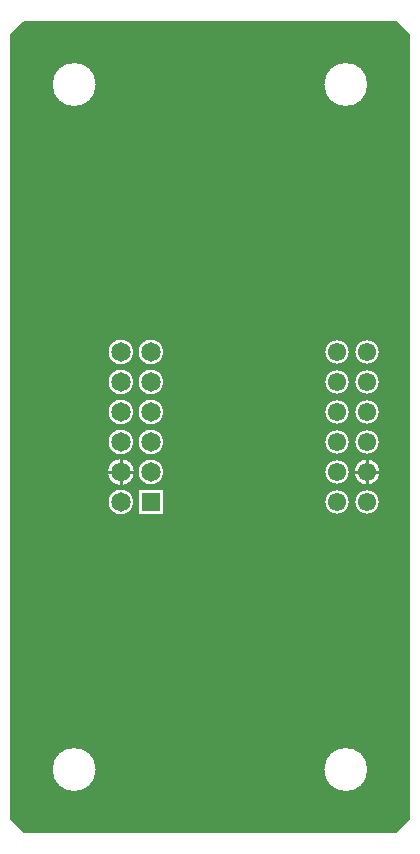
<source format=gbr>
G04 DesignSpark PCB PRO Gerber Version 10.0 Build 5299*
G04 #@! TF.Part,Single*
G04 #@! TF.FileFunction,Copper,L2,Bot*
G04 #@! TF.FilePolarity,Positive*
%FSLAX35Y35*%
%MOIN*%
G04 #@! TA.AperFunction,ComponentPad*
%ADD21R,0.06496X0.06496*%
G04 #@! TD.AperFunction*
%ADD18C,0.00787*%
%ADD19C,0.01000*%
G04 #@! TA.AperFunction,ViaPad*
%ADD70C,0.03543*%
G04 #@! TA.AperFunction,ComponentPad*
%ADD20C,0.06102*%
%ADD22C,0.06496*%
G04 #@! TD.AperFunction*
X0Y0D02*
D02*
D18*
X6974Y268984D02*
Y7394D01*
X11331Y3037D01*
X135126D01*
X139482Y7394D01*
Y268984D01*
X135126Y273341D01*
X11331D01*
X6974Y268984D01*
X20472Y24016D02*
G75*
G02*
X35433I7480J0D01*
G01*
G75*
G02*
X20472I-7480J0D01*
G01*
Y252362D02*
G75*
G02*
X35433I7480J0D01*
G01*
G75*
G02*
X20472I-7480J0D01*
G01*
X38902Y123189D02*
G75*
G02*
X48185I4642J0D01*
G01*
G75*
G02*
X38902I-4642J0D01*
G01*
X39114Y113189D02*
G75*
G02*
X47972I4429J0D01*
G01*
G75*
G02*
X39114I-4429J0D01*
G01*
Y133189D02*
G75*
G02*
X47972I4429J0D01*
G01*
G75*
G02*
X39114I-4429J0D01*
G01*
Y143189D02*
G75*
G02*
X47972I4429J0D01*
G01*
G75*
G02*
X39114I-4429J0D01*
G01*
Y153189D02*
G75*
G02*
X47972I4429J0D01*
G01*
G75*
G02*
X39114I-4429J0D01*
G01*
Y163189D02*
G75*
G02*
X47972I4429J0D01*
G01*
G75*
G02*
X39114I-4429J0D01*
G01*
X49114Y117618D02*
X57972D01*
Y108760D01*
X49114D01*
Y117618D01*
Y123189D02*
G75*
G02*
X57972I4429J0D01*
G01*
G75*
G02*
X49114I-4429J0D01*
G01*
Y133189D02*
G75*
G02*
X57972I4429J0D01*
G01*
G75*
G02*
X49114I-4429J0D01*
G01*
Y143189D02*
G75*
G02*
X57972I4429J0D01*
G01*
G75*
G02*
X49114I-4429J0D01*
G01*
Y153189D02*
G75*
G02*
X57972I4429J0D01*
G01*
G75*
G02*
X49114I-4429J0D01*
G01*
Y163189D02*
G75*
G02*
X57972I4429J0D01*
G01*
G75*
G02*
X49114I-4429J0D01*
G01*
X111024Y24016D02*
G75*
G02*
X125984I7480J0D01*
G01*
G75*
G02*
X111024I-7480J0D01*
G01*
Y252362D02*
G75*
G02*
X125984I7480J0D01*
G01*
G75*
G02*
X111024I-7480J0D01*
G01*
X111358Y113189D02*
G75*
G02*
X119823I4232J0D01*
G01*
G75*
G02*
X111358I-4232J0D01*
G01*
Y123189D02*
G75*
G02*
X119823I4232J0D01*
G01*
G75*
G02*
X111358I-4232J0D01*
G01*
Y133189D02*
G75*
G02*
X119823I4232J0D01*
G01*
G75*
G02*
X111358I-4232J0D01*
G01*
Y143189D02*
G75*
G02*
X119823I4232J0D01*
G01*
G75*
G02*
X111358I-4232J0D01*
G01*
Y153189D02*
G75*
G02*
X119823I4232J0D01*
G01*
G75*
G02*
X111358I-4232J0D01*
G01*
Y163189D02*
G75*
G02*
X119823I4232J0D01*
G01*
G75*
G02*
X111358I-4232J0D01*
G01*
X121146Y123189D02*
G75*
G02*
X130035I4445J0D01*
G01*
G75*
G02*
X121146I-4445J0D01*
G01*
X121358Y113189D02*
G75*
G02*
X129823I4232J0D01*
G01*
G75*
G02*
X121358I-4232J0D01*
G01*
Y133189D02*
G75*
G02*
X129823I4232J0D01*
G01*
G75*
G02*
X121358I-4232J0D01*
G01*
Y143189D02*
G75*
G02*
X129823I4232J0D01*
G01*
G75*
G02*
X121358I-4232J0D01*
G01*
Y153189D02*
G75*
G02*
X129823I4232J0D01*
G01*
G75*
G02*
X121358I-4232J0D01*
G01*
Y163189D02*
G75*
G02*
X129823I4232J0D01*
G01*
G75*
G02*
X121358I-4232J0D01*
G01*
X7368Y24016D02*
G36*
X7368Y24016D02*
Y7000D01*
X10937Y3431D01*
X135519D01*
X139089Y7000D01*
Y24016D01*
X125984D01*
G75*
G02*
X111024I-7480J0D01*
G01*
X35433D01*
G75*
G02*
X20472I-7480J0D01*
G01*
X7368D01*
G37*
Y113189D02*
G36*
X7368Y113189D02*
Y24016D01*
X20472D01*
G75*
G02*
X35433I7480J0D01*
G01*
X111024D01*
G75*
G02*
X125984I7480J0D01*
G01*
X139089D01*
Y113189D01*
X129823D01*
G75*
G02*
X121358I-4232J0D01*
G01*
X119823D01*
G75*
G02*
X111358I-4232J0D01*
G01*
X57972D01*
Y108760D01*
X49114D01*
Y113189D01*
X47972D01*
G75*
G02*
X39114I-4429J0D01*
G01*
X7368D01*
G37*
Y123189D02*
G36*
X7368Y123189D02*
Y113189D01*
X39114D01*
G75*
G02*
X47972I4429J0D01*
G01*
X49114D01*
Y117618D01*
X57972D01*
Y113189D01*
X111358D01*
G75*
G02*
X119823I4232J0D01*
G01*
X121358D01*
G75*
G02*
X129823I4232J0D01*
G01*
X139089D01*
Y123189D01*
X130035D01*
G75*
G02*
X121146I-4445J0D01*
G01*
X119823D01*
G75*
G02*
X111358I-4232J0D01*
G01*
X57972D01*
G75*
G02*
X49114I-4429J0D01*
G01*
X48185D01*
G75*
G02*
X38902I-4642J0D01*
G01*
X7368D01*
G37*
Y133189D02*
G36*
X7368Y133189D02*
Y123189D01*
X38902D01*
G75*
G02*
X48185I4642J0D01*
G01*
X49114D01*
G75*
G02*
X57972I4429J0D01*
G01*
X111358D01*
G75*
G02*
X119823I4232J0D01*
G01*
X121146D01*
G75*
G02*
X130035I4445J0D01*
G01*
X139089D01*
Y133189D01*
X129823D01*
G75*
G02*
X121358I-4232J0D01*
G01*
X119823D01*
G75*
G02*
X111358I-4232J0D01*
G01*
X57972D01*
G75*
G02*
X49114I-4429J0D01*
G01*
X47972D01*
G75*
G02*
X39114I-4429J0D01*
G01*
X7368D01*
G37*
Y143189D02*
G36*
X7368Y143189D02*
Y133189D01*
X39114D01*
G75*
G02*
X47972I4429J0D01*
G01*
X49114D01*
G75*
G02*
X57972I4429J0D01*
G01*
X111358D01*
G75*
G02*
X119823I4232J0D01*
G01*
X121358D01*
G75*
G02*
X129823I4232J0D01*
G01*
X139089D01*
Y143189D01*
X129823D01*
G75*
G02*
X121358I-4232J0D01*
G01*
X119823D01*
G75*
G02*
X111358I-4232J0D01*
G01*
X57972D01*
G75*
G02*
X49114I-4429J0D01*
G01*
X47972D01*
G75*
G02*
X39114I-4429J0D01*
G01*
X7368D01*
G37*
Y153189D02*
G36*
X7368Y153189D02*
Y143189D01*
X39114D01*
G75*
G02*
X47972I4429J0D01*
G01*
X49114D01*
G75*
G02*
X57972I4429J0D01*
G01*
X111358D01*
G75*
G02*
X119823I4232J0D01*
G01*
X121358D01*
G75*
G02*
X129823I4232J0D01*
G01*
X139089D01*
Y153189D01*
X129823D01*
G75*
G02*
X121358I-4232J0D01*
G01*
X119823D01*
G75*
G02*
X111358I-4232J0D01*
G01*
X57972D01*
G75*
G02*
X49114I-4429J0D01*
G01*
X47972D01*
G75*
G02*
X39114I-4429J0D01*
G01*
X7368D01*
G37*
Y163189D02*
G36*
X7368Y163189D02*
Y153189D01*
X39114D01*
G75*
G02*
X47972I4429J0D01*
G01*
X49114D01*
G75*
G02*
X57972I4429J0D01*
G01*
X111358D01*
G75*
G02*
X119823I4232J0D01*
G01*
X121358D01*
G75*
G02*
X129823I4232J0D01*
G01*
X139089D01*
Y163189D01*
X129823D01*
G75*
G02*
X121358I-4232J0D01*
G01*
X119823D01*
G75*
G02*
X111358I-4232J0D01*
G01*
X57972D01*
G75*
G02*
X49114I-4429J0D01*
G01*
X47972D01*
G75*
G02*
X39114I-4429J0D01*
G01*
X7368D01*
G37*
Y252362D02*
G36*
X7368Y252362D02*
Y163189D01*
X39114D01*
G75*
G02*
X47972I4429J0D01*
G01*
X49114D01*
G75*
G02*
X57972I4429J0D01*
G01*
X111358D01*
G75*
G02*
X119823I4232J0D01*
G01*
X121358D01*
G75*
G02*
X129823I4232J0D01*
G01*
X139089D01*
Y252362D01*
X125984D01*
G75*
G02*
X111024I-7480J0D01*
G01*
X35433D01*
G75*
G02*
X20472I-7480J0D01*
G01*
X7368D01*
G37*
Y269378D02*
G36*
X7368Y269378D02*
Y252362D01*
X20472D01*
G75*
G02*
X35433I7480J0D01*
G01*
X111024D01*
G75*
G02*
X125984I7480J0D01*
G01*
X139089D01*
Y269378D01*
X135519Y272947D01*
X10937D01*
X7368Y269378D01*
G37*
D02*
D19*
X40795Y123189D02*
X38795D01*
X43543Y120441D02*
Y118441D01*
Y125937D02*
Y127937D01*
X46291Y123189D02*
X48291D01*
X123039D02*
X121039D01*
X125591Y120638D02*
Y118638D01*
Y125740D02*
Y127740D01*
X128142Y123189D02*
X130142D01*
D02*
D70*
X18110Y110630D03*
Y134252D03*
Y157874D03*
X21654Y181102D03*
X33465Y16142D03*
X38976Y181496D03*
X41732Y75197D03*
X52362Y203937D03*
X53543Y51575D03*
X59449Y16142D03*
Y265354D03*
X85433Y16142D03*
Y110630D03*
Y130315D03*
Y157874D03*
Y181496D03*
Y228740D03*
Y265354D03*
X111417Y16142D03*
Y51575D03*
Y75197D03*
Y181496D03*
Y205118D03*
Y228740D03*
D02*
D20*
X115591Y113189D03*
Y123189D03*
Y133189D03*
Y143189D03*
Y153189D03*
Y163189D03*
X125591Y113189D03*
Y123189D03*
Y133189D03*
Y143189D03*
Y153189D03*
Y163189D03*
D02*
D21*
X53543Y113189D03*
D02*
D22*
X43543D03*
Y123189D03*
Y133189D03*
Y143189D03*
Y153189D03*
Y163189D03*
X53543Y123189D03*
Y133189D03*
Y143189D03*
Y153189D03*
Y163189D03*
X0Y0D02*
M02*

</source>
